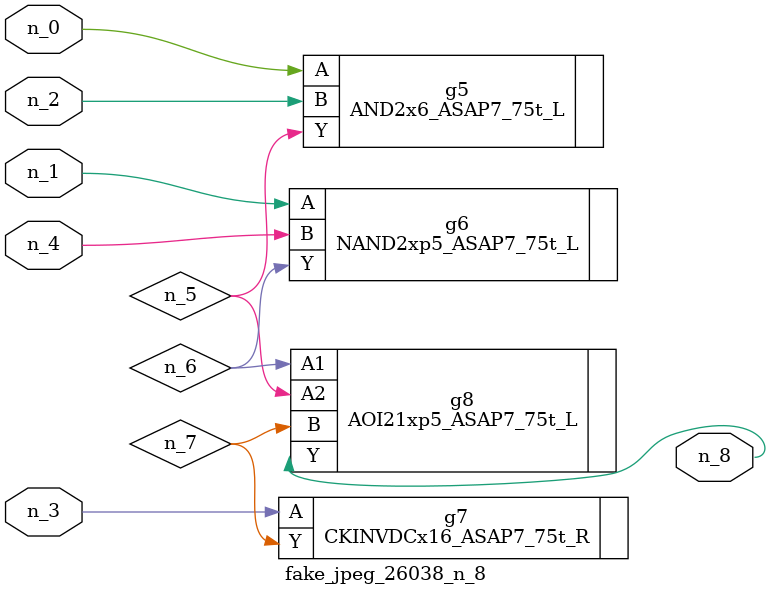
<source format=v>
module fake_jpeg_26038_n_8 (n_3, n_2, n_1, n_0, n_4, n_8);

input n_3;
input n_2;
input n_1;
input n_0;
input n_4;

output n_8;

wire n_6;
wire n_5;
wire n_7;

AND2x6_ASAP7_75t_L g5 ( 
.A(n_0),
.B(n_2),
.Y(n_5)
);

NAND2xp5_ASAP7_75t_L g6 ( 
.A(n_1),
.B(n_4),
.Y(n_6)
);

CKINVDCx16_ASAP7_75t_R g7 ( 
.A(n_3),
.Y(n_7)
);

AOI21xp5_ASAP7_75t_L g8 ( 
.A1(n_6),
.A2(n_5),
.B(n_7),
.Y(n_8)
);


endmodule
</source>
